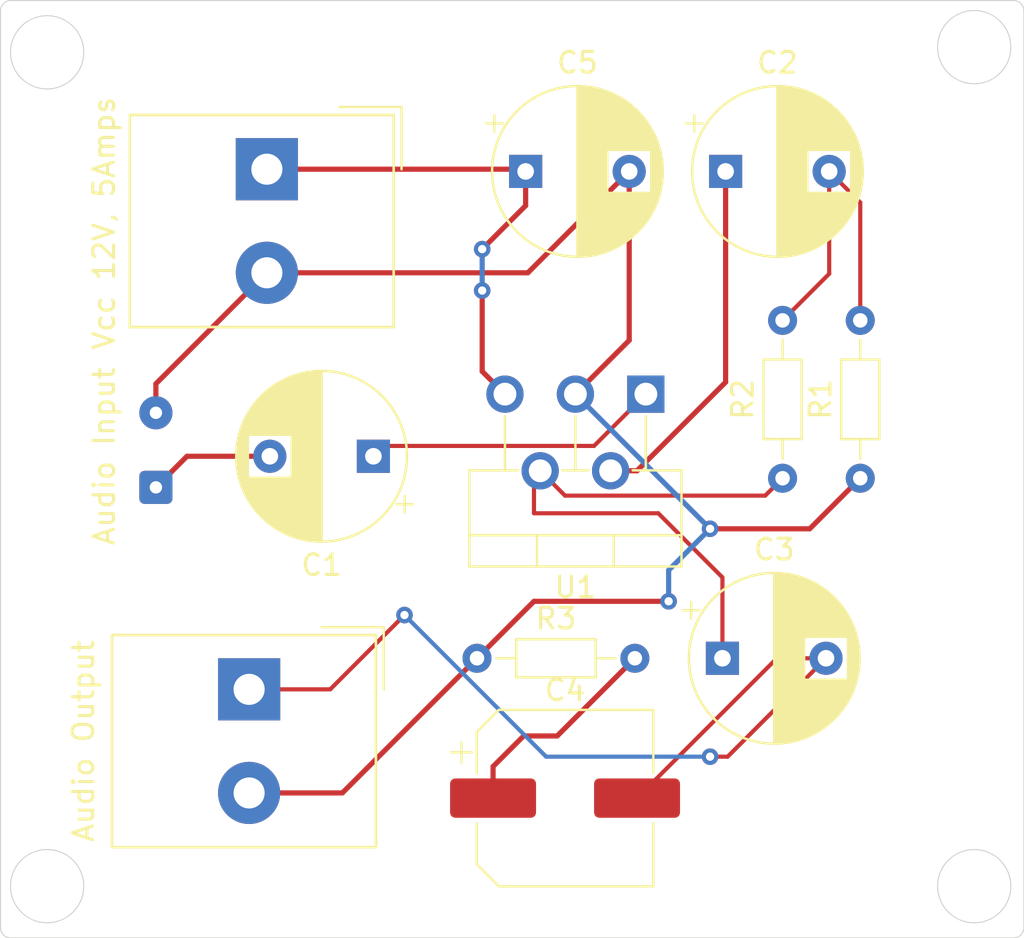
<source format=kicad_pcb>
(kicad_pcb (version 20211014) (generator pcbnew)
  (layers (0 "F.Cu" signal) (31 "B.Cu" signal) (34 "B.Paste" user) (35 "F.Paste" user) (36 "B.SilkS" user "B.Silkscreen") (37 "F.SilkS" user "F.Silkscreen") (38 "B.Mask" user) (39 "F.Mask" user) (44 "Edge.Cuts" user))
  (net 0 "")
  (net 1 "Net-(C1-Pad1)")
  (net 2 "Net-(C2-Pad1)")
  (net 3 "Earth")
  (net 4 "Net-(C3-Pad1)")
  (net 5 "VCC")
  (footprint "Capacitor_THT:CP_Radial_D8.0mm_P5.00mm" (layer "F.Cu") (at 106 78.5)
    (fp_text reference "C2" (at 2.5 -5.25) (layer "F.SilkS"))
    (fp_text value "CP_Radial_D8.0mm_P5.00mm" hide)
    (pad "1" thru_hole rect (at 0 0) (size 1.6 1.6) (drill 0.8) (layers *.Cu *.Mask))
    (pad "2" thru_hole circle (at 5 0) (size 1.6 1.6) (drill 0.8) (layers *.Cu *.Mask))
  )
  (footprint "TerminalBlock_Altech:Altech_AK300_1x02_P5.00mm_45-Degree" (layer "F.Cu") (at 83 103.5 -90)
    (fp_text reference "Audio Output" (at 2.5 8 90) (layer "F.SilkS"))
    (fp_text value "Altech_AK300_1x02_P5.00mm_45-Degree" hide)
    (pad "1" thru_hole rect (at 0 0 270) (size 3 3) (drill 1.5) (layers *.Cu *.Mask))
    (pad "2" thru_hole circle (at 5 0 270) (size 3 3) (drill 1.5) (layers *.Cu *.Mask) (net 3 "Earth"))
  )
  (footprint "TerminalBlock_Altech:Altech_AK300_1x02_P5.00mm_45-Degree" (layer "F.Cu") (at 83.8575 78.3925 -90)
    (fp_text reference "Vcc 12V, 5Amps" (at 2.6075 7.8575 90) (layer "F.SilkS"))
    (fp_text value "Altech_AK300_1x02_P5.00mm_45-Degree" hide)
    (pad "1" thru_hole rect (at 0 0 270) (size 3 3) (drill 1.5) (layers *.Cu *.Mask) (net 5 "VCC"))
    (pad "2" thru_hole circle (at 5 0 270) (size 3 3) (drill 1.5) (layers *.Cu *.Mask) (net 3 "Earth"))
  )
  (footprint "Capacitor_THT:CP_Radial_D8.0mm_P5.00mm" (layer "F.Cu") (at 105.847349 102)
    (fp_text reference "C3" (at 2.5 -5.25) (layer "F.SilkS"))
    (fp_text value "CP_Radial_D8.0mm_P5.00mm" hide)
    (pad "1" thru_hole rect (at 0 0) (size 1.6 1.6) (drill 0.8) (layers *.Cu *.Mask) (net 1 "Net-(C1-Pad1)"))
    (pad "2" thru_hole circle (at 5 0) (size 1.6 1.6) (drill 0.8) (layers *.Cu *.Mask))
  )
  (footprint "Connector_Wire:SolderWire-0.1sqmm_1x02_P3.6mm_D0.4mm_OD1mm" (layer "F.Cu") (at 78.5 93.75 90)
    (fp_text reference "Audio Input" (at 1.5 -2.5 90) (layer "F.SilkS"))
    (fp_text value "SolderWire-0.1sqmm_1x02_P3.6mm_D0.4mm_OD1mm" hide)
    (pad "1" thru_hole roundrect (at 0 0 90) (size 1.6 1.6) (drill 0.6) (layers *.Cu *.Mask) (roundrect_rratio 0.15625))
    (pad "2" thru_hole circle (at 3.6 0 90) (size 1.6 1.6) (drill 0.6) (layers *.Cu *.Mask) (net 3 "Earth"))
  )
  (footprint "Resistor_THT:R_Axial_DIN0204_L3.6mm_D1.6mm_P7.62mm_Horizontal" (layer "F.Cu") (at 112.5 93.31 90)
    (fp_text reference "R1" (at 3.81 -1.92 90) (layer "F.SilkS"))
    (fp_text value "R_Axial_DIN0204_L3.6mm_D1.6mm_P7.62mm_Horizontal" hide)
    (pad "1" thru_hole circle (at 0 0 90) (size 1.4 1.4) (drill 0.7) (layers *.Cu *.Mask) (net 3 "Earth"))
    (pad "2" thru_hole oval (at 7.62 0 90) (size 1.4 1.4) (drill 0.7) (layers *.Cu *.Mask))
  )
  (footprint "Resistor_THT:R_Axial_DIN0204_L3.6mm_D1.6mm_P7.62mm_Horizontal" (layer "F.Cu") (at 108.75 93.31 90)
    (fp_text reference "R2" (at 3.81 -1.92 90) (layer "F.SilkS"))
    (fp_text value "R_Axial_DIN0204_L3.6mm_D1.6mm_P7.62mm_Horizontal" hide)
    (pad "1" thru_hole circle (at 0 0 90) (size 1.4 1.4) (drill 0.7) (layers *.Cu *.Mask))
    (pad "2" thru_hole oval (at 7.62 0 90) (size 1.4 1.4) (drill 0.7) (layers *.Cu *.Mask))
  )
  (footprint "Capacitor_THT:CP_Radial_D8.0mm_P5.00mm" (layer "F.Cu") (at 96.347349 78.5)
    (fp_text reference "C5" (at 2.5 -5.25) (layer "F.SilkS"))
    (fp_text value "CP_Radial_D8.0mm_P5.00mm" hide)
    (pad "1" thru_hole rect (at 0 0) (size 1.6 1.6) (drill 0.8) (layers *.Cu *.Mask))
    (pad "2" thru_hole circle (at 5 0) (size 1.6 1.6) (drill 0.8) (layers *.Cu *.Mask) (net 3 "Earth"))
  )
  (footprint "Package_TO_SOT_THT:TO-220-5_P3.4x3.7mm_StaggerOdd_Lead3.8mm_Vertical" (layer "F.Cu") (at 102.15 89.25 180)
    (fp_text reference "U1" (at 3.4 -9.32) (layer "F.SilkS"))
    (fp_text value "TDA2003")
    (pad "1" thru_hole rect (at 0 0 180) (size 1.8 1.8) (drill 1.1) (layers *.Cu *.Mask) (net 1 "Net-(C1-Pad1)"))
    (pad "2" thru_hole oval (at 1.7 -3.7 180) (size 1.8 1.8) (drill 1.1) (layers *.Cu *.Mask) (net 2 "Net-(C2-Pad1)"))
    (pad "3" thru_hole oval (at 3.4 0 180) (size 1.8 1.8) (drill 1.1) (layers *.Cu *.Mask) (net 3 "Earth"))
    (pad "4" thru_hole oval (at 5.1 -3.7 180) (size 1.8 1.8) (drill 1.1) (layers *.Cu *.Mask) (net 4 "Net-(C3-Pad1)"))
    (pad "5" thru_hole oval (at 6.8 0 180) (size 1.8 1.8) (drill 1.1) (layers *.Cu *.Mask) (net 5 "VCC"))
  )
  (footprint "Resistor_THT:R_Axial_DIN0204_L3.6mm_D1.6mm_P7.62mm_Horizontal" (layer "F.Cu") (at 94 102)
    (fp_text reference "R3" (at 3.81 -1.92) (layer "F.SilkS"))
    (fp_text value "R_Axial_DIN0204_L3.6mm_D1.6mm_P7.62mm_Horizontal" hide)
    (pad "1" thru_hole circle (at 0 0) (size 1.4 1.4) (drill 0.7) (layers *.Cu *.Mask) (net 3 "Earth"))
    (pad "2" thru_hole oval (at 7.62 0) (size 1.4 1.4) (drill 0.7) (layers *.Cu *.Mask))
  )
  (footprint "Capacitor_SMD:CP_Elec_8x6.9" (layer "F.Cu") (at 98.25 108.75)
    (fp_text reference "C4" (at 0 -5.2) (layer "F.SilkS"))
    (fp_text value "CP_Elec_8x6.9" hide)
    (pad "1" smd roundrect (at -3.475 0) (size 4.15 1.9) (layers "F.Cu" "F.Paste" "F.Mask") (roundrect_rratio 0.131579))
    (pad "2" smd roundrect (at 3.475 0) (size 4.15 1.9) (layers "F.Cu" "F.Paste" "F.Mask") (roundrect_rratio 0.131579))
  )
  (footprint "Capacitor_THT:CP_Radial_D8.0mm_P5.00mm" (layer "F.Cu") (at 89 92.25 180)
    (fp_text reference "C1" (at 2.5 -5.25) (layer "F.SilkS"))
    (fp_text value "CP_Radial_D8.0mm_P5.00mm" hide)
    (pad "1" thru_hole rect (at 0 0 180) (size 1.6 1.6) (drill 0.8) (layers *.Cu *.Mask))
    (pad "2" thru_hole circle (at 5 0 180) (size 1.6 1.6) (drill 0.8) (layers *.Cu *.Mask))
  )
  (gr_line (start 71 70.75) (end 71 115) (layer "Edge.Cuts") (width 0.05))
  (gr_arc (start 119.896447 70.25) (mid 120.25 70.396447) (end 120.396447 70.75) (layer "Edge.Cuts") (width 0.05))
  (gr_circle (center 73.25 72.75) (end 74.5 74) (layer "Edge.Cuts") (width 0.05) (fill none))
  (gr_circle (center 73.25 113) (end 74.5 114.25) (layer "Edge.Cuts") (width 0.05) (fill none))
  (gr_line (start 71.5 70.25) (end 119.25 70.25) (layer "Edge.Cuts") (width 0.05))
  (gr_line (start 120.396447 70.75) (end 120.396447 115) (layer "Edge.Cuts") (width 0.05))
  (gr_arc (start 71.5 115.5) (mid 71.146447 115.353553) (end 71 115) (layer "Edge.Cuts") (width 0.05))
  (gr_circle (center 118 72.5) (end 119.25 73.75) (layer "Edge.Cuts") (width 0.05) (fill none))
  (gr_arc (start 120.396447 115) (mid 120.25 115.353553) (end 119.896447 115.5) (layer "Edge.Cuts") (width 0.05))
  (gr_arc (start 71 70.75) (mid 71.146447 70.396447) (end 71.5 70.25) (layer "Edge.Cuts") (width 0.05))
  (gr_line (start 119.25 70.25) (end 119.896447 70.25) (layer "Edge.Cuts") (width 0.05))
  (gr_line (start 71.5 115.5) (end 119.896447 115.5) (layer "Edge.Cuts") (width 0.05))
  (gr_circle (center 118 113) (end 119.25 114.25) (layer "Edge.Cuts") (width 0.05) (fill none))
  (segment (start 106.097349 106.75) (end 105 106.75) (width 0.2) (layer "F.Cu") (net 0))
  (segment (start 111 83.44) (end 108.75 85.69) (width 0.2) (layer "F.Cu") (net 0))
  (segment (start 94.775 108.75) (end 94.775 107.225) (width 0.25) (layer "F.Cu") (net 0))
  (segment (start 86.913523 103.5) (end 90.5 99.913523) (width 0.2) (layer "F.Cu") (net 0))
  (segment (start 94.775 107.225) (end 96.25 105.75) (width 0.25) (layer "F.Cu") (net 0))
  (segment (start 97.87 105.75) (end 101.62 102) (width 0.25) (layer "F.Cu") (net 0))
  (segment (start 80 92.25) (end 84 92.25) (width 0.25) (layer "F.Cu") (net 0))
  (segment (start 96.25 105.75) (end 97.87 105.75) (width 0.25) (layer "F.Cu") (net 0))
  (segment (start 105 106.75) (end 105.25 106.75) (width 0.2) (layer "F.Cu") (net 0))
  (segment (start 112.5 80) (end 112.5 85.69) (width 0.2) (layer "F.Cu") (net 0))
  (segment (start 111 78.5) (end 112.5 80) (width 0.2) (layer "F.Cu") (net 0))
  (segment (start 111 78.5) (end 111 83.44) (width 0.2) (layer "F.Cu") (net 0))
  (segment (start 83 103.5) (end 86.913523 103.5) (width 0.2) (layer "F.Cu") (net 0))
  (segment (start 78.5 93.75) (end 80 92.25) (width 0.25) (layer "F.Cu") (net 0))
  (segment (start 110.847349 102) (end 106.097349 106.75) (width 0.2) (layer "F.Cu") (net 0))
  (segment (start 108.475 102) (end 101.725 108.75) (width 0.2) (layer "F.Cu") (net 0))
  (segment (start 110.847349 102) (end 108.475 102) (width 0.2) (layer "F.Cu") (net 0))
  (via (at 90.5 99.913523) (size 0.8) (drill 0.4) (layers "F.Cu" "B.Cu") (net 0))
  (via (at 105.25 106.75) (size 0.8) (drill 0.4) (layers "F.Cu" "B.Cu") (net 0))
  (segment (start 97.336477 106.75) (end 90.5 99.913523) (width 0.2) (layer "B.Cu") (net 0))
  (segment (start 105.25 106.75) (end 97.336477 106.75) (width 0.2) (layer "B.Cu") (net 0))
  (segment (start 99.649511 91.750489) (end 102.15 89.25) (width 0.2) (layer "F.Cu") (net 1))
  (segment (start 89.499511 91.750489) (end 99.649511 91.750489) (width 0.2) (layer "F.Cu") (net 1))
  (segment (start 89 92.25) (end 89.499511 91.750489) (width 0.2) (layer "F.Cu") (net 1))
  (segment (start 106 88.672792) (end 106 78.5) (width 0.25) (layer "F.Cu") (net 2))
  (segment (start 100.45 92.95) (end 101.722792 92.95) (width 0.25) (layer "F.Cu") (net 2))
  (segment (start 101.722792 92.95) (end 106 88.672792) (width 0.25) (layer "F.Cu") (net 2))
  (segment (start 78.5 90.15) (end 78.5 88.75) (width 0.25) (layer "F.Cu") (net 3))
  (segment (start 101.347349 86.652651) (end 98.75 89.25) (width 0.25) (layer "F.Cu") (net 3))
  (segment (start 110.06 95.75) (end 105.25 95.75) (width 0.25) (layer "F.Cu") (net 3))
  (segment (start 96.454849 83.3925) (end 101.347349 78.5) (width 0.25) (layer "F.Cu") (net 3))
  (segment (start 83.8575 83.3925) (end 96.454849 83.3925) (width 0.25) (layer "F.Cu") (net 3))
  (segment (start 87.5 108.5) (end 94 102) (width 0.25) (layer "F.Cu") (net 3))
  (segment (start 101.347349 78.5) (end 101.347349 86.652651) (width 0.25) (layer "F.Cu") (net 3))
  (segment (start 96.75 99.25) (end 103.25 99.25) (width 0.25) (layer "F.Cu") (net 3))
  (segment (start 112.5 93.31) (end 110.06 95.75) (width 0.25) (layer "F.Cu") (net 3))
  (segment (start 94 102) (end 96.75 99.25) (width 0.25) (layer "F.Cu") (net 3))
  (segment (start 83 108.5) (end 87.5 108.5) (width 0.25) (layer "F.Cu") (net 3))
  (segment (start 78.5 88.75) (end 83.539642 83.710358) (width 0.25) (layer "F.Cu") (net 3))
  (via (at 103.25 99.25) (size 0.8) (drill 0.4) (layers "F.Cu" "B.Cu") (net 3))
  (via (at 105.25 95.75) (size 0.8) (drill 0.4) (layers "F.Cu" "B.Cu") (net 3))
  (segment (start 105.25 95.75) (end 98.75 89.25) (width 0.25) (layer "B.Cu") (net 3))
  (segment (start 103.25 97.75) (end 105.25 95.75) (width 0.25) (layer "B.Cu") (net 3))
  (segment (start 103.25 99.25) (end 103.25 97.75) (width 0.25) (layer "B.Cu") (net 3))
  (segment (start 102.75 95) (end 96.75 95) (width 0.2) (layer "F.Cu") (net 4))
  (segment (start 96.75 93.25) (end 96.767497 93.232503) (width 0.2) (layer "F.Cu") (net 4))
  (segment (start 96.75 95) (end 96.75 93.25) (width 0.2) (layer "F.Cu") (net 4))
  (segment (start 107.910489 94.149511) (end 98.249511 94.149511) (width 0.2) (layer "F.Cu") (net 4))
  (segment (start 108.75 93.31) (end 107.910489 94.149511) (width 0.2) (layer "F.Cu") (net 4))
  (segment (start 105.847349 98.097349) (end 102.75 95) (width 0.2) (layer "F.Cu") (net 4))
  (segment (start 98.249511 94.149511) (end 97.05 92.95) (width 0.2) (layer "F.Cu") (net 4))
  (segment (start 105.847349 102) (end 105.847349 98.097349) (width 0.2) (layer "F.Cu") (net 4))
  (segment (start 94.25 84.25) (end 94.25 88.15) (width 0.25) (layer "F.Cu") (net 5))
  (segment (start 96.347349 78.5) (end 96.347349 80.152651) (width 0.25) (layer "F.Cu") (net 5))
  (segment (start 83.8575 78.3925) (end 96.239849 78.3925) (width 0.25) (layer "F.Cu") (net 5))
  (segment (start 96.347349 80.152651) (end 94.25 82.25) (width 0.25) (layer "F.Cu") (net 5))
  (segment (start 94.25 88.15) (end 95.35 89.25) (width 0.25) (layer "F.Cu") (net 5))
  (segment (start 96.239849 78.3925) (end 96.347349 78.5) (width 0.25) (layer "F.Cu") (net 5))
  (via (at 94.25 82.25) (size 0.8) (drill 0.4) (layers "F.Cu" "B.Cu") (net 5))
  (via (at 94.25 84.25) (size 0.8) (drill 0.4) (layers "F.Cu" "B.Cu") (net 5))
  (segment (start 94.25 82.25) (end 94.25 84.25) (width 0.25) (layer "B.Cu") (net 5))
)
</source>
